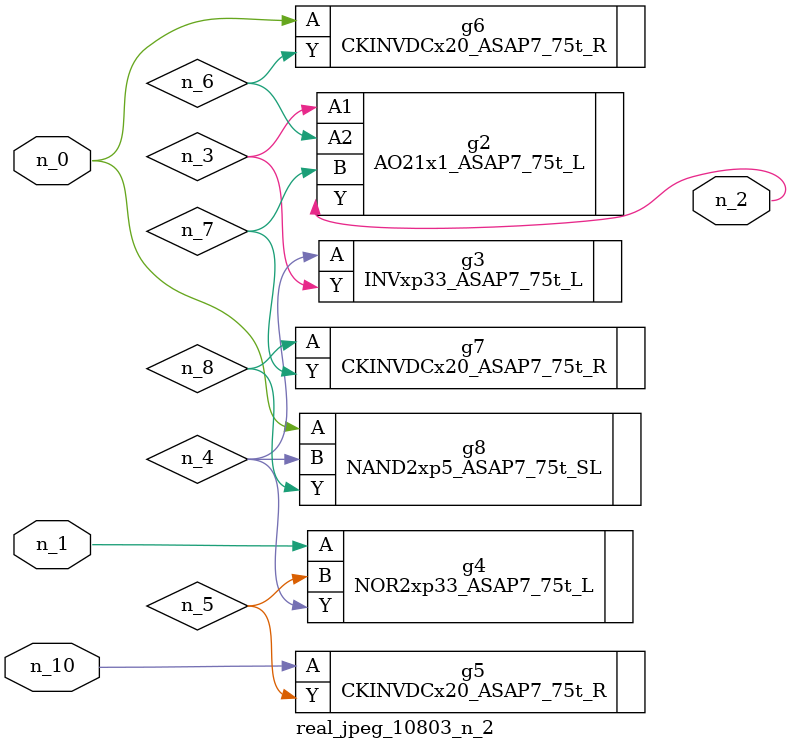
<source format=v>
module real_jpeg_10803_n_2 (n_1, n_10, n_0, n_2);

input n_1;
input n_10;
input n_0;

output n_2;

wire n_5;
wire n_4;
wire n_8;
wire n_6;
wire n_7;
wire n_3;

CKINVDCx20_ASAP7_75t_R g6 ( 
.A(n_0),
.Y(n_6)
);

NAND2xp5_ASAP7_75t_SL g8 ( 
.A(n_0),
.B(n_4),
.Y(n_8)
);

NOR2xp33_ASAP7_75t_L g4 ( 
.A(n_1),
.B(n_5),
.Y(n_4)
);

AO21x1_ASAP7_75t_L g2 ( 
.A1(n_3),
.A2(n_6),
.B(n_7),
.Y(n_2)
);

INVxp33_ASAP7_75t_L g3 ( 
.A(n_4),
.Y(n_3)
);

CKINVDCx20_ASAP7_75t_R g7 ( 
.A(n_8),
.Y(n_7)
);

CKINVDCx20_ASAP7_75t_R g5 ( 
.A(n_10),
.Y(n_5)
);


endmodule
</source>
